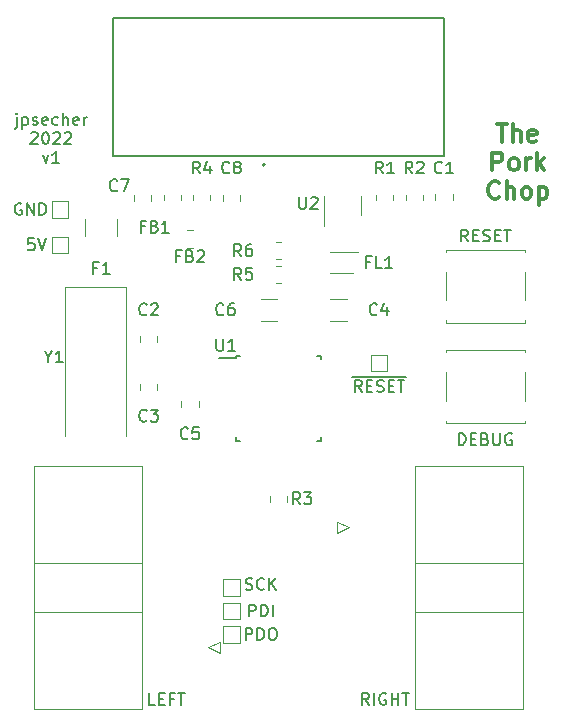
<source format=gbr>
%TF.GenerationSoftware,KiCad,Pcbnew,(6.0.7-1)-1*%
%TF.CreationDate,2022-12-04T14:42:11+01:00*%
%TF.ProjectId,pork-chop-control,706f726b-2d63-4686-9f70-2d636f6e7472,rev?*%
%TF.SameCoordinates,Original*%
%TF.FileFunction,Legend,Top*%
%TF.FilePolarity,Positive*%
%FSLAX46Y46*%
G04 Gerber Fmt 4.6, Leading zero omitted, Abs format (unit mm)*
G04 Created by KiCad (PCBNEW (6.0.7-1)-1) date 2022-12-04 14:42:11*
%MOMM*%
%LPD*%
G01*
G04 APERTURE LIST*
%ADD10C,0.200000*%
%ADD11C,0.300000*%
%ADD12C,0.150000*%
%ADD13C,0.127000*%
%ADD14C,0.120000*%
%ADD15C,0.100000*%
G04 APERTURE END LIST*
D10*
X102845238Y-68175714D02*
X102845238Y-69032857D01*
X102797619Y-69128095D01*
X102702380Y-69175714D01*
X102654761Y-69175714D01*
X102845238Y-67842380D02*
X102797619Y-67890000D01*
X102845238Y-67937619D01*
X102892857Y-67890000D01*
X102845238Y-67842380D01*
X102845238Y-67937619D01*
X103321428Y-68175714D02*
X103321428Y-69175714D01*
X103321428Y-68223333D02*
X103416666Y-68175714D01*
X103607142Y-68175714D01*
X103702380Y-68223333D01*
X103750000Y-68270952D01*
X103797619Y-68366190D01*
X103797619Y-68651904D01*
X103750000Y-68747142D01*
X103702380Y-68794761D01*
X103607142Y-68842380D01*
X103416666Y-68842380D01*
X103321428Y-68794761D01*
X104178571Y-68794761D02*
X104273809Y-68842380D01*
X104464285Y-68842380D01*
X104559523Y-68794761D01*
X104607142Y-68699523D01*
X104607142Y-68651904D01*
X104559523Y-68556666D01*
X104464285Y-68509047D01*
X104321428Y-68509047D01*
X104226190Y-68461428D01*
X104178571Y-68366190D01*
X104178571Y-68318571D01*
X104226190Y-68223333D01*
X104321428Y-68175714D01*
X104464285Y-68175714D01*
X104559523Y-68223333D01*
X105416666Y-68794761D02*
X105321428Y-68842380D01*
X105130952Y-68842380D01*
X105035714Y-68794761D01*
X104988095Y-68699523D01*
X104988095Y-68318571D01*
X105035714Y-68223333D01*
X105130952Y-68175714D01*
X105321428Y-68175714D01*
X105416666Y-68223333D01*
X105464285Y-68318571D01*
X105464285Y-68413809D01*
X104988095Y-68509047D01*
X106321428Y-68794761D02*
X106226190Y-68842380D01*
X106035714Y-68842380D01*
X105940476Y-68794761D01*
X105892857Y-68747142D01*
X105845238Y-68651904D01*
X105845238Y-68366190D01*
X105892857Y-68270952D01*
X105940476Y-68223333D01*
X106035714Y-68175714D01*
X106226190Y-68175714D01*
X106321428Y-68223333D01*
X106750000Y-68842380D02*
X106750000Y-67842380D01*
X107178571Y-68842380D02*
X107178571Y-68318571D01*
X107130952Y-68223333D01*
X107035714Y-68175714D01*
X106892857Y-68175714D01*
X106797619Y-68223333D01*
X106750000Y-68270952D01*
X108035714Y-68794761D02*
X107940476Y-68842380D01*
X107750000Y-68842380D01*
X107654761Y-68794761D01*
X107607142Y-68699523D01*
X107607142Y-68318571D01*
X107654761Y-68223333D01*
X107750000Y-68175714D01*
X107940476Y-68175714D01*
X108035714Y-68223333D01*
X108083333Y-68318571D01*
X108083333Y-68413809D01*
X107607142Y-68509047D01*
X108511904Y-68842380D02*
X108511904Y-68175714D01*
X108511904Y-68366190D02*
X108559523Y-68270952D01*
X108607142Y-68223333D01*
X108702380Y-68175714D01*
X108797619Y-68175714D01*
X104035714Y-69547619D02*
X104083333Y-69500000D01*
X104178571Y-69452380D01*
X104416666Y-69452380D01*
X104511904Y-69500000D01*
X104559523Y-69547619D01*
X104607142Y-69642857D01*
X104607142Y-69738095D01*
X104559523Y-69880952D01*
X103988095Y-70452380D01*
X104607142Y-70452380D01*
X105226190Y-69452380D02*
X105321428Y-69452380D01*
X105416666Y-69500000D01*
X105464285Y-69547619D01*
X105511904Y-69642857D01*
X105559523Y-69833333D01*
X105559523Y-70071428D01*
X105511904Y-70261904D01*
X105464285Y-70357142D01*
X105416666Y-70404761D01*
X105321428Y-70452380D01*
X105226190Y-70452380D01*
X105130952Y-70404761D01*
X105083333Y-70357142D01*
X105035714Y-70261904D01*
X104988095Y-70071428D01*
X104988095Y-69833333D01*
X105035714Y-69642857D01*
X105083333Y-69547619D01*
X105130952Y-69500000D01*
X105226190Y-69452380D01*
X105940476Y-69547619D02*
X105988095Y-69500000D01*
X106083333Y-69452380D01*
X106321428Y-69452380D01*
X106416666Y-69500000D01*
X106464285Y-69547619D01*
X106511904Y-69642857D01*
X106511904Y-69738095D01*
X106464285Y-69880952D01*
X105892857Y-70452380D01*
X106511904Y-70452380D01*
X106892857Y-69547619D02*
X106940476Y-69500000D01*
X107035714Y-69452380D01*
X107273809Y-69452380D01*
X107369047Y-69500000D01*
X107416666Y-69547619D01*
X107464285Y-69642857D01*
X107464285Y-69738095D01*
X107416666Y-69880952D01*
X106845238Y-70452380D01*
X107464285Y-70452380D01*
X105035714Y-71395714D02*
X105273809Y-72062380D01*
X105511904Y-71395714D01*
X106416666Y-72062380D02*
X105845238Y-72062380D01*
X106130952Y-72062380D02*
X106130952Y-71062380D01*
X106035714Y-71205238D01*
X105940476Y-71300476D01*
X105845238Y-71348095D01*
D11*
X143500000Y-68763571D02*
X144357142Y-68763571D01*
X143928571Y-70263571D02*
X143928571Y-68763571D01*
X144857142Y-70263571D02*
X144857142Y-68763571D01*
X145500000Y-70263571D02*
X145500000Y-69477857D01*
X145428571Y-69335000D01*
X145285714Y-69263571D01*
X145071428Y-69263571D01*
X144928571Y-69335000D01*
X144857142Y-69406428D01*
X146785714Y-70192142D02*
X146642857Y-70263571D01*
X146357142Y-70263571D01*
X146214285Y-70192142D01*
X146142857Y-70049285D01*
X146142857Y-69477857D01*
X146214285Y-69335000D01*
X146357142Y-69263571D01*
X146642857Y-69263571D01*
X146785714Y-69335000D01*
X146857142Y-69477857D01*
X146857142Y-69620714D01*
X146142857Y-69763571D01*
X143107142Y-72678571D02*
X143107142Y-71178571D01*
X143678571Y-71178571D01*
X143821428Y-71250000D01*
X143892857Y-71321428D01*
X143964285Y-71464285D01*
X143964285Y-71678571D01*
X143892857Y-71821428D01*
X143821428Y-71892857D01*
X143678571Y-71964285D01*
X143107142Y-71964285D01*
X144821428Y-72678571D02*
X144678571Y-72607142D01*
X144607142Y-72535714D01*
X144535714Y-72392857D01*
X144535714Y-71964285D01*
X144607142Y-71821428D01*
X144678571Y-71750000D01*
X144821428Y-71678571D01*
X145035714Y-71678571D01*
X145178571Y-71750000D01*
X145250000Y-71821428D01*
X145321428Y-71964285D01*
X145321428Y-72392857D01*
X145250000Y-72535714D01*
X145178571Y-72607142D01*
X145035714Y-72678571D01*
X144821428Y-72678571D01*
X145964285Y-72678571D02*
X145964285Y-71678571D01*
X145964285Y-71964285D02*
X146035714Y-71821428D01*
X146107142Y-71750000D01*
X146250000Y-71678571D01*
X146392857Y-71678571D01*
X146892857Y-72678571D02*
X146892857Y-71178571D01*
X147035714Y-72107142D02*
X147464285Y-72678571D01*
X147464285Y-71678571D02*
X146892857Y-72250000D01*
X143678571Y-74950714D02*
X143607142Y-75022142D01*
X143392857Y-75093571D01*
X143250000Y-75093571D01*
X143035714Y-75022142D01*
X142892857Y-74879285D01*
X142821428Y-74736428D01*
X142750000Y-74450714D01*
X142750000Y-74236428D01*
X142821428Y-73950714D01*
X142892857Y-73807857D01*
X143035714Y-73665000D01*
X143250000Y-73593571D01*
X143392857Y-73593571D01*
X143607142Y-73665000D01*
X143678571Y-73736428D01*
X144321428Y-75093571D02*
X144321428Y-73593571D01*
X144964285Y-75093571D02*
X144964285Y-74307857D01*
X144892857Y-74165000D01*
X144750000Y-74093571D01*
X144535714Y-74093571D01*
X144392857Y-74165000D01*
X144321428Y-74236428D01*
X145892857Y-75093571D02*
X145750000Y-75022142D01*
X145678571Y-74950714D01*
X145607142Y-74807857D01*
X145607142Y-74379285D01*
X145678571Y-74236428D01*
X145750000Y-74165000D01*
X145892857Y-74093571D01*
X146107142Y-74093571D01*
X146250000Y-74165000D01*
X146321428Y-74236428D01*
X146392857Y-74379285D01*
X146392857Y-74807857D01*
X146321428Y-74950714D01*
X146250000Y-75022142D01*
X146107142Y-75093571D01*
X145892857Y-75093571D01*
X147035714Y-74093571D02*
X147035714Y-75593571D01*
X147035714Y-74165000D02*
X147178571Y-74093571D01*
X147464285Y-74093571D01*
X147607142Y-74165000D01*
X147678571Y-74236428D01*
X147750000Y-74379285D01*
X147750000Y-74807857D01*
X147678571Y-74950714D01*
X147607142Y-75022142D01*
X147464285Y-75093571D01*
X147178571Y-75093571D01*
X147035714Y-75022142D01*
D12*
%TO.C,C8*%
X120833333Y-72857142D02*
X120785714Y-72904761D01*
X120642857Y-72952380D01*
X120547619Y-72952380D01*
X120404761Y-72904761D01*
X120309523Y-72809523D01*
X120261904Y-72714285D01*
X120214285Y-72523809D01*
X120214285Y-72380952D01*
X120261904Y-72190476D01*
X120309523Y-72095238D01*
X120404761Y-72000000D01*
X120547619Y-71952380D01*
X120642857Y-71952380D01*
X120785714Y-72000000D01*
X120833333Y-72047619D01*
X121404761Y-72380952D02*
X121309523Y-72333333D01*
X121261904Y-72285714D01*
X121214285Y-72190476D01*
X121214285Y-72142857D01*
X121261904Y-72047619D01*
X121309523Y-72000000D01*
X121404761Y-71952380D01*
X121595238Y-71952380D01*
X121690476Y-72000000D01*
X121738095Y-72047619D01*
X121785714Y-72142857D01*
X121785714Y-72190476D01*
X121738095Y-72285714D01*
X121690476Y-72333333D01*
X121595238Y-72380952D01*
X121404761Y-72380952D01*
X121309523Y-72428571D01*
X121261904Y-72476190D01*
X121214285Y-72571428D01*
X121214285Y-72761904D01*
X121261904Y-72857142D01*
X121309523Y-72904761D01*
X121404761Y-72952380D01*
X121595238Y-72952380D01*
X121690476Y-72904761D01*
X121738095Y-72857142D01*
X121785714Y-72761904D01*
X121785714Y-72571428D01*
X121738095Y-72476190D01*
X121690476Y-72428571D01*
X121595238Y-72380952D01*
%TO.C,J2*%
X114547619Y-117952380D02*
X114071428Y-117952380D01*
X114071428Y-116952380D01*
X114880952Y-117428571D02*
X115214285Y-117428571D01*
X115357142Y-117952380D02*
X114880952Y-117952380D01*
X114880952Y-116952380D01*
X115357142Y-116952380D01*
X116119047Y-117428571D02*
X115785714Y-117428571D01*
X115785714Y-117952380D02*
X115785714Y-116952380D01*
X116261904Y-116952380D01*
X116500000Y-116952380D02*
X117071428Y-116952380D01*
X116785714Y-117952380D02*
X116785714Y-116952380D01*
%TO.C,R6*%
X121833333Y-79952380D02*
X121500000Y-79476190D01*
X121261904Y-79952380D02*
X121261904Y-78952380D01*
X121642857Y-78952380D01*
X121738095Y-79000000D01*
X121785714Y-79047619D01*
X121833333Y-79142857D01*
X121833333Y-79285714D01*
X121785714Y-79380952D01*
X121738095Y-79428571D01*
X121642857Y-79476190D01*
X121261904Y-79476190D01*
X122690476Y-78952380D02*
X122500000Y-78952380D01*
X122404761Y-79000000D01*
X122357142Y-79047619D01*
X122261904Y-79190476D01*
X122214285Y-79380952D01*
X122214285Y-79761904D01*
X122261904Y-79857142D01*
X122309523Y-79904761D01*
X122404761Y-79952380D01*
X122595238Y-79952380D01*
X122690476Y-79904761D01*
X122738095Y-79857142D01*
X122785714Y-79761904D01*
X122785714Y-79523809D01*
X122738095Y-79428571D01*
X122690476Y-79380952D01*
X122595238Y-79333333D01*
X122404761Y-79333333D01*
X122309523Y-79380952D01*
X122261904Y-79428571D01*
X122214285Y-79523809D01*
%TO.C,C3*%
X113833333Y-93857142D02*
X113785714Y-93904761D01*
X113642857Y-93952380D01*
X113547619Y-93952380D01*
X113404761Y-93904761D01*
X113309523Y-93809523D01*
X113261904Y-93714285D01*
X113214285Y-93523809D01*
X113214285Y-93380952D01*
X113261904Y-93190476D01*
X113309523Y-93095238D01*
X113404761Y-93000000D01*
X113547619Y-92952380D01*
X113642857Y-92952380D01*
X113785714Y-93000000D01*
X113833333Y-93047619D01*
X114166666Y-92952380D02*
X114785714Y-92952380D01*
X114452380Y-93333333D01*
X114595238Y-93333333D01*
X114690476Y-93380952D01*
X114738095Y-93428571D01*
X114785714Y-93523809D01*
X114785714Y-93761904D01*
X114738095Y-93857142D01*
X114690476Y-93904761D01*
X114595238Y-93952380D01*
X114309523Y-93952380D01*
X114214285Y-93904761D01*
X114166666Y-93857142D01*
%TO.C,C6*%
X120333333Y-84857142D02*
X120285714Y-84904761D01*
X120142857Y-84952380D01*
X120047619Y-84952380D01*
X119904761Y-84904761D01*
X119809523Y-84809523D01*
X119761904Y-84714285D01*
X119714285Y-84523809D01*
X119714285Y-84380952D01*
X119761904Y-84190476D01*
X119809523Y-84095238D01*
X119904761Y-84000000D01*
X120047619Y-83952380D01*
X120142857Y-83952380D01*
X120285714Y-84000000D01*
X120333333Y-84047619D01*
X121190476Y-83952380D02*
X121000000Y-83952380D01*
X120904761Y-84000000D01*
X120857142Y-84047619D01*
X120761904Y-84190476D01*
X120714285Y-84380952D01*
X120714285Y-84761904D01*
X120761904Y-84857142D01*
X120809523Y-84904761D01*
X120904761Y-84952380D01*
X121095238Y-84952380D01*
X121190476Y-84904761D01*
X121238095Y-84857142D01*
X121285714Y-84761904D01*
X121285714Y-84523809D01*
X121238095Y-84428571D01*
X121190476Y-84380952D01*
X121095238Y-84333333D01*
X120904761Y-84333333D01*
X120809523Y-84380952D01*
X120761904Y-84428571D01*
X120714285Y-84523809D01*
%TO.C,F1*%
X109666666Y-80928571D02*
X109333333Y-80928571D01*
X109333333Y-81452380D02*
X109333333Y-80452380D01*
X109809523Y-80452380D01*
X110714285Y-81452380D02*
X110142857Y-81452380D01*
X110428571Y-81452380D02*
X110428571Y-80452380D01*
X110333333Y-80595238D01*
X110238095Y-80690476D01*
X110142857Y-80738095D01*
%TO.C,SW1*%
X141047619Y-78702380D02*
X140714285Y-78226190D01*
X140476190Y-78702380D02*
X140476190Y-77702380D01*
X140857142Y-77702380D01*
X140952380Y-77750000D01*
X141000000Y-77797619D01*
X141047619Y-77892857D01*
X141047619Y-78035714D01*
X141000000Y-78130952D01*
X140952380Y-78178571D01*
X140857142Y-78226190D01*
X140476190Y-78226190D01*
X141476190Y-78178571D02*
X141809523Y-78178571D01*
X141952380Y-78702380D02*
X141476190Y-78702380D01*
X141476190Y-77702380D01*
X141952380Y-77702380D01*
X142333333Y-78654761D02*
X142476190Y-78702380D01*
X142714285Y-78702380D01*
X142809523Y-78654761D01*
X142857142Y-78607142D01*
X142904761Y-78511904D01*
X142904761Y-78416666D01*
X142857142Y-78321428D01*
X142809523Y-78273809D01*
X142714285Y-78226190D01*
X142523809Y-78178571D01*
X142428571Y-78130952D01*
X142380952Y-78083333D01*
X142333333Y-77988095D01*
X142333333Y-77892857D01*
X142380952Y-77797619D01*
X142428571Y-77750000D01*
X142523809Y-77702380D01*
X142761904Y-77702380D01*
X142904761Y-77750000D01*
X143333333Y-78178571D02*
X143666666Y-78178571D01*
X143809523Y-78702380D02*
X143333333Y-78702380D01*
X143333333Y-77702380D01*
X143809523Y-77702380D01*
X144095238Y-77702380D02*
X144666666Y-77702380D01*
X144380952Y-78702380D02*
X144380952Y-77702380D01*
%TO.C,TP5*%
X103238095Y-75500000D02*
X103142857Y-75452380D01*
X103000000Y-75452380D01*
X102857142Y-75500000D01*
X102761904Y-75595238D01*
X102714285Y-75690476D01*
X102666666Y-75880952D01*
X102666666Y-76023809D01*
X102714285Y-76214285D01*
X102761904Y-76309523D01*
X102857142Y-76404761D01*
X103000000Y-76452380D01*
X103095238Y-76452380D01*
X103238095Y-76404761D01*
X103285714Y-76357142D01*
X103285714Y-76023809D01*
X103095238Y-76023809D01*
X103714285Y-76452380D02*
X103714285Y-75452380D01*
X104285714Y-76452380D01*
X104285714Y-75452380D01*
X104761904Y-76452380D02*
X104761904Y-75452380D01*
X105000000Y-75452380D01*
X105142857Y-75500000D01*
X105238095Y-75595238D01*
X105285714Y-75690476D01*
X105333333Y-75880952D01*
X105333333Y-76023809D01*
X105285714Y-76214285D01*
X105238095Y-76309523D01*
X105142857Y-76404761D01*
X105000000Y-76452380D01*
X104761904Y-76452380D01*
%TO.C,C4*%
X133333333Y-84857142D02*
X133285714Y-84904761D01*
X133142857Y-84952380D01*
X133047619Y-84952380D01*
X132904761Y-84904761D01*
X132809523Y-84809523D01*
X132761904Y-84714285D01*
X132714285Y-84523809D01*
X132714285Y-84380952D01*
X132761904Y-84190476D01*
X132809523Y-84095238D01*
X132904761Y-84000000D01*
X133047619Y-83952380D01*
X133142857Y-83952380D01*
X133285714Y-84000000D01*
X133333333Y-84047619D01*
X134190476Y-84285714D02*
X134190476Y-84952380D01*
X133952380Y-83904761D02*
X133714285Y-84619047D01*
X134333333Y-84619047D01*
%TO.C,J3*%
X132666666Y-117952380D02*
X132333333Y-117476190D01*
X132095238Y-117952380D02*
X132095238Y-116952380D01*
X132476190Y-116952380D01*
X132571428Y-117000000D01*
X132619047Y-117047619D01*
X132666666Y-117142857D01*
X132666666Y-117285714D01*
X132619047Y-117380952D01*
X132571428Y-117428571D01*
X132476190Y-117476190D01*
X132095238Y-117476190D01*
X133095238Y-117952380D02*
X133095238Y-116952380D01*
X134095238Y-117000000D02*
X134000000Y-116952380D01*
X133857142Y-116952380D01*
X133714285Y-117000000D01*
X133619047Y-117095238D01*
X133571428Y-117190476D01*
X133523809Y-117380952D01*
X133523809Y-117523809D01*
X133571428Y-117714285D01*
X133619047Y-117809523D01*
X133714285Y-117904761D01*
X133857142Y-117952380D01*
X133952380Y-117952380D01*
X134095238Y-117904761D01*
X134142857Y-117857142D01*
X134142857Y-117523809D01*
X133952380Y-117523809D01*
X134571428Y-117952380D02*
X134571428Y-116952380D01*
X134571428Y-117428571D02*
X135142857Y-117428571D01*
X135142857Y-117952380D02*
X135142857Y-116952380D01*
X135476190Y-116952380D02*
X136047619Y-116952380D01*
X135761904Y-117952380D02*
X135761904Y-116952380D01*
%TO.C,TP3*%
X122500000Y-110452380D02*
X122500000Y-109452380D01*
X122880952Y-109452380D01*
X122976190Y-109500000D01*
X123023809Y-109547619D01*
X123071428Y-109642857D01*
X123071428Y-109785714D01*
X123023809Y-109880952D01*
X122976190Y-109928571D01*
X122880952Y-109976190D01*
X122500000Y-109976190D01*
X123500000Y-110452380D02*
X123500000Y-109452380D01*
X123738095Y-109452380D01*
X123880952Y-109500000D01*
X123976190Y-109595238D01*
X124023809Y-109690476D01*
X124071428Y-109880952D01*
X124071428Y-110023809D01*
X124023809Y-110214285D01*
X123976190Y-110309523D01*
X123880952Y-110404761D01*
X123738095Y-110452380D01*
X123500000Y-110452380D01*
X124500000Y-110452380D02*
X124500000Y-109452380D01*
%TO.C,C2*%
X113833333Y-84857142D02*
X113785714Y-84904761D01*
X113642857Y-84952380D01*
X113547619Y-84952380D01*
X113404761Y-84904761D01*
X113309523Y-84809523D01*
X113261904Y-84714285D01*
X113214285Y-84523809D01*
X113214285Y-84380952D01*
X113261904Y-84190476D01*
X113309523Y-84095238D01*
X113404761Y-84000000D01*
X113547619Y-83952380D01*
X113642857Y-83952380D01*
X113785714Y-84000000D01*
X113833333Y-84047619D01*
X114214285Y-84047619D02*
X114261904Y-84000000D01*
X114357142Y-83952380D01*
X114595238Y-83952380D01*
X114690476Y-84000000D01*
X114738095Y-84047619D01*
X114785714Y-84142857D01*
X114785714Y-84238095D01*
X114738095Y-84380952D01*
X114166666Y-84952380D01*
X114785714Y-84952380D01*
%TO.C,SW2*%
X140261904Y-95952380D02*
X140261904Y-94952380D01*
X140500000Y-94952380D01*
X140642857Y-95000000D01*
X140738095Y-95095238D01*
X140785714Y-95190476D01*
X140833333Y-95380952D01*
X140833333Y-95523809D01*
X140785714Y-95714285D01*
X140738095Y-95809523D01*
X140642857Y-95904761D01*
X140500000Y-95952380D01*
X140261904Y-95952380D01*
X141261904Y-95428571D02*
X141595238Y-95428571D01*
X141738095Y-95952380D02*
X141261904Y-95952380D01*
X141261904Y-94952380D01*
X141738095Y-94952380D01*
X142500000Y-95428571D02*
X142642857Y-95476190D01*
X142690476Y-95523809D01*
X142738095Y-95619047D01*
X142738095Y-95761904D01*
X142690476Y-95857142D01*
X142642857Y-95904761D01*
X142547619Y-95952380D01*
X142166666Y-95952380D01*
X142166666Y-94952380D01*
X142500000Y-94952380D01*
X142595238Y-95000000D01*
X142642857Y-95047619D01*
X142690476Y-95142857D01*
X142690476Y-95238095D01*
X142642857Y-95333333D01*
X142595238Y-95380952D01*
X142500000Y-95428571D01*
X142166666Y-95428571D01*
X143166666Y-94952380D02*
X143166666Y-95761904D01*
X143214285Y-95857142D01*
X143261904Y-95904761D01*
X143357142Y-95952380D01*
X143547619Y-95952380D01*
X143642857Y-95904761D01*
X143690476Y-95857142D01*
X143738095Y-95761904D01*
X143738095Y-94952380D01*
X144738095Y-95000000D02*
X144642857Y-94952380D01*
X144500000Y-94952380D01*
X144357142Y-95000000D01*
X144261904Y-95095238D01*
X144214285Y-95190476D01*
X144166666Y-95380952D01*
X144166666Y-95523809D01*
X144214285Y-95714285D01*
X144261904Y-95809523D01*
X144357142Y-95904761D01*
X144500000Y-95952380D01*
X144595238Y-95952380D01*
X144738095Y-95904761D01*
X144785714Y-95857142D01*
X144785714Y-95523809D01*
X144595238Y-95523809D01*
%TO.C,TP4*%
X122214285Y-112452380D02*
X122214285Y-111452380D01*
X122595238Y-111452380D01*
X122690476Y-111500000D01*
X122738095Y-111547619D01*
X122785714Y-111642857D01*
X122785714Y-111785714D01*
X122738095Y-111880952D01*
X122690476Y-111928571D01*
X122595238Y-111976190D01*
X122214285Y-111976190D01*
X123214285Y-112452380D02*
X123214285Y-111452380D01*
X123452380Y-111452380D01*
X123595238Y-111500000D01*
X123690476Y-111595238D01*
X123738095Y-111690476D01*
X123785714Y-111880952D01*
X123785714Y-112023809D01*
X123738095Y-112214285D01*
X123690476Y-112309523D01*
X123595238Y-112404761D01*
X123452380Y-112452380D01*
X123214285Y-112452380D01*
X124404761Y-111452380D02*
X124595238Y-111452380D01*
X124690476Y-111500000D01*
X124785714Y-111595238D01*
X124833333Y-111785714D01*
X124833333Y-112119047D01*
X124785714Y-112309523D01*
X124690476Y-112404761D01*
X124595238Y-112452380D01*
X124404761Y-112452380D01*
X124309523Y-112404761D01*
X124214285Y-112309523D01*
X124166666Y-112119047D01*
X124166666Y-111785714D01*
X124214285Y-111595238D01*
X124309523Y-111500000D01*
X124404761Y-111452380D01*
%TO.C,R5*%
X121833333Y-81952380D02*
X121500000Y-81476190D01*
X121261904Y-81952380D02*
X121261904Y-80952380D01*
X121642857Y-80952380D01*
X121738095Y-81000000D01*
X121785714Y-81047619D01*
X121833333Y-81142857D01*
X121833333Y-81285714D01*
X121785714Y-81380952D01*
X121738095Y-81428571D01*
X121642857Y-81476190D01*
X121261904Y-81476190D01*
X122738095Y-80952380D02*
X122261904Y-80952380D01*
X122214285Y-81428571D01*
X122261904Y-81380952D01*
X122357142Y-81333333D01*
X122595238Y-81333333D01*
X122690476Y-81380952D01*
X122738095Y-81428571D01*
X122785714Y-81523809D01*
X122785714Y-81761904D01*
X122738095Y-81857142D01*
X122690476Y-81904761D01*
X122595238Y-81952380D01*
X122357142Y-81952380D01*
X122261904Y-81904761D01*
X122214285Y-81857142D01*
%TO.C,Y1*%
X105523809Y-88476190D02*
X105523809Y-88952380D01*
X105190476Y-87952380D02*
X105523809Y-88476190D01*
X105857142Y-87952380D01*
X106714285Y-88952380D02*
X106142857Y-88952380D01*
X106428571Y-88952380D02*
X106428571Y-87952380D01*
X106333333Y-88095238D01*
X106238095Y-88190476D01*
X106142857Y-88238095D01*
%TO.C,FB2*%
X116666666Y-79928571D02*
X116333333Y-79928571D01*
X116333333Y-80452380D02*
X116333333Y-79452380D01*
X116809523Y-79452380D01*
X117523809Y-79928571D02*
X117666666Y-79976190D01*
X117714285Y-80023809D01*
X117761904Y-80119047D01*
X117761904Y-80261904D01*
X117714285Y-80357142D01*
X117666666Y-80404761D01*
X117571428Y-80452380D01*
X117190476Y-80452380D01*
X117190476Y-79452380D01*
X117523809Y-79452380D01*
X117619047Y-79500000D01*
X117666666Y-79547619D01*
X117714285Y-79642857D01*
X117714285Y-79738095D01*
X117666666Y-79833333D01*
X117619047Y-79880952D01*
X117523809Y-79928571D01*
X117190476Y-79928571D01*
X118142857Y-79547619D02*
X118190476Y-79500000D01*
X118285714Y-79452380D01*
X118523809Y-79452380D01*
X118619047Y-79500000D01*
X118666666Y-79547619D01*
X118714285Y-79642857D01*
X118714285Y-79738095D01*
X118666666Y-79880952D01*
X118095238Y-80452380D01*
X118714285Y-80452380D01*
%TO.C,TP2*%
X122214285Y-108154761D02*
X122357142Y-108202380D01*
X122595238Y-108202380D01*
X122690476Y-108154761D01*
X122738095Y-108107142D01*
X122785714Y-108011904D01*
X122785714Y-107916666D01*
X122738095Y-107821428D01*
X122690476Y-107773809D01*
X122595238Y-107726190D01*
X122404761Y-107678571D01*
X122309523Y-107630952D01*
X122261904Y-107583333D01*
X122214285Y-107488095D01*
X122214285Y-107392857D01*
X122261904Y-107297619D01*
X122309523Y-107250000D01*
X122404761Y-107202380D01*
X122642857Y-107202380D01*
X122785714Y-107250000D01*
X123785714Y-108107142D02*
X123738095Y-108154761D01*
X123595238Y-108202380D01*
X123500000Y-108202380D01*
X123357142Y-108154761D01*
X123261904Y-108059523D01*
X123214285Y-107964285D01*
X123166666Y-107773809D01*
X123166666Y-107630952D01*
X123214285Y-107440476D01*
X123261904Y-107345238D01*
X123357142Y-107250000D01*
X123500000Y-107202380D01*
X123595238Y-107202380D01*
X123738095Y-107250000D01*
X123785714Y-107297619D01*
X124214285Y-108202380D02*
X124214285Y-107202380D01*
X124785714Y-108202380D02*
X124357142Y-107630952D01*
X124785714Y-107202380D02*
X124214285Y-107773809D01*
%TO.C,C7*%
X111333333Y-74357142D02*
X111285714Y-74404761D01*
X111142857Y-74452380D01*
X111047619Y-74452380D01*
X110904761Y-74404761D01*
X110809523Y-74309523D01*
X110761904Y-74214285D01*
X110714285Y-74023809D01*
X110714285Y-73880952D01*
X110761904Y-73690476D01*
X110809523Y-73595238D01*
X110904761Y-73500000D01*
X111047619Y-73452380D01*
X111142857Y-73452380D01*
X111285714Y-73500000D01*
X111333333Y-73547619D01*
X111666666Y-73452380D02*
X112333333Y-73452380D01*
X111904761Y-74452380D01*
%TO.C,R4*%
X118333333Y-72952380D02*
X118000000Y-72476190D01*
X117761904Y-72952380D02*
X117761904Y-71952380D01*
X118142857Y-71952380D01*
X118238095Y-72000000D01*
X118285714Y-72047619D01*
X118333333Y-72142857D01*
X118333333Y-72285714D01*
X118285714Y-72380952D01*
X118238095Y-72428571D01*
X118142857Y-72476190D01*
X117761904Y-72476190D01*
X119190476Y-72285714D02*
X119190476Y-72952380D01*
X118952380Y-71904761D02*
X118714285Y-72619047D01*
X119333333Y-72619047D01*
%TO.C,TP1*%
X131238095Y-90170000D02*
X132238095Y-90170000D01*
X132047619Y-91452380D02*
X131714285Y-90976190D01*
X131476190Y-91452380D02*
X131476190Y-90452380D01*
X131857142Y-90452380D01*
X131952380Y-90500000D01*
X132000000Y-90547619D01*
X132047619Y-90642857D01*
X132047619Y-90785714D01*
X132000000Y-90880952D01*
X131952380Y-90928571D01*
X131857142Y-90976190D01*
X131476190Y-90976190D01*
X132238095Y-90170000D02*
X133142857Y-90170000D01*
X132476190Y-90928571D02*
X132809523Y-90928571D01*
X132952380Y-91452380D02*
X132476190Y-91452380D01*
X132476190Y-90452380D01*
X132952380Y-90452380D01*
X133142857Y-90170000D02*
X134095238Y-90170000D01*
X133333333Y-91404761D02*
X133476190Y-91452380D01*
X133714285Y-91452380D01*
X133809523Y-91404761D01*
X133857142Y-91357142D01*
X133904761Y-91261904D01*
X133904761Y-91166666D01*
X133857142Y-91071428D01*
X133809523Y-91023809D01*
X133714285Y-90976190D01*
X133523809Y-90928571D01*
X133428571Y-90880952D01*
X133380952Y-90833333D01*
X133333333Y-90738095D01*
X133333333Y-90642857D01*
X133380952Y-90547619D01*
X133428571Y-90500000D01*
X133523809Y-90452380D01*
X133761904Y-90452380D01*
X133904761Y-90500000D01*
X134095238Y-90170000D02*
X135000000Y-90170000D01*
X134333333Y-90928571D02*
X134666666Y-90928571D01*
X134809523Y-91452380D02*
X134333333Y-91452380D01*
X134333333Y-90452380D01*
X134809523Y-90452380D01*
X135000000Y-90170000D02*
X135761904Y-90170000D01*
X135095238Y-90452380D02*
X135666666Y-90452380D01*
X135380952Y-91452380D02*
X135380952Y-90452380D01*
%TO.C,C5*%
X117333333Y-95357142D02*
X117285714Y-95404761D01*
X117142857Y-95452380D01*
X117047619Y-95452380D01*
X116904761Y-95404761D01*
X116809523Y-95309523D01*
X116761904Y-95214285D01*
X116714285Y-95023809D01*
X116714285Y-94880952D01*
X116761904Y-94690476D01*
X116809523Y-94595238D01*
X116904761Y-94500000D01*
X117047619Y-94452380D01*
X117142857Y-94452380D01*
X117285714Y-94500000D01*
X117333333Y-94547619D01*
X118238095Y-94452380D02*
X117761904Y-94452380D01*
X117714285Y-94928571D01*
X117761904Y-94880952D01*
X117857142Y-94833333D01*
X118095238Y-94833333D01*
X118190476Y-94880952D01*
X118238095Y-94928571D01*
X118285714Y-95023809D01*
X118285714Y-95261904D01*
X118238095Y-95357142D01*
X118190476Y-95404761D01*
X118095238Y-95452380D01*
X117857142Y-95452380D01*
X117761904Y-95404761D01*
X117714285Y-95357142D01*
%TO.C,FL1*%
X132761904Y-80428571D02*
X132428571Y-80428571D01*
X132428571Y-80952380D02*
X132428571Y-79952380D01*
X132904761Y-79952380D01*
X133761904Y-80952380D02*
X133285714Y-80952380D01*
X133285714Y-79952380D01*
X134619047Y-80952380D02*
X134047619Y-80952380D01*
X134333333Y-80952380D02*
X134333333Y-79952380D01*
X134238095Y-80095238D01*
X134142857Y-80190476D01*
X134047619Y-80238095D01*
%TO.C,R1*%
X133833333Y-72952380D02*
X133500000Y-72476190D01*
X133261904Y-72952380D02*
X133261904Y-71952380D01*
X133642857Y-71952380D01*
X133738095Y-72000000D01*
X133785714Y-72047619D01*
X133833333Y-72142857D01*
X133833333Y-72285714D01*
X133785714Y-72380952D01*
X133738095Y-72428571D01*
X133642857Y-72476190D01*
X133261904Y-72476190D01*
X134785714Y-72952380D02*
X134214285Y-72952380D01*
X134500000Y-72952380D02*
X134500000Y-71952380D01*
X134404761Y-72095238D01*
X134309523Y-72190476D01*
X134214285Y-72238095D01*
%TO.C,U1*%
X119738095Y-86952380D02*
X119738095Y-87761904D01*
X119785714Y-87857142D01*
X119833333Y-87904761D01*
X119928571Y-87952380D01*
X120119047Y-87952380D01*
X120214285Y-87904761D01*
X120261904Y-87857142D01*
X120309523Y-87761904D01*
X120309523Y-86952380D01*
X121309523Y-87952380D02*
X120738095Y-87952380D01*
X121023809Y-87952380D02*
X121023809Y-86952380D01*
X120928571Y-87095238D01*
X120833333Y-87190476D01*
X120738095Y-87238095D01*
%TO.C,U2*%
X126738095Y-74952380D02*
X126738095Y-75761904D01*
X126785714Y-75857142D01*
X126833333Y-75904761D01*
X126928571Y-75952380D01*
X127119047Y-75952380D01*
X127214285Y-75904761D01*
X127261904Y-75857142D01*
X127309523Y-75761904D01*
X127309523Y-74952380D01*
X127738095Y-75047619D02*
X127785714Y-75000000D01*
X127880952Y-74952380D01*
X128119047Y-74952380D01*
X128214285Y-75000000D01*
X128261904Y-75047619D01*
X128309523Y-75142857D01*
X128309523Y-75238095D01*
X128261904Y-75380952D01*
X127690476Y-75952380D01*
X128309523Y-75952380D01*
%TO.C,C1*%
X138833333Y-72857142D02*
X138785714Y-72904761D01*
X138642857Y-72952380D01*
X138547619Y-72952380D01*
X138404761Y-72904761D01*
X138309523Y-72809523D01*
X138261904Y-72714285D01*
X138214285Y-72523809D01*
X138214285Y-72380952D01*
X138261904Y-72190476D01*
X138309523Y-72095238D01*
X138404761Y-72000000D01*
X138547619Y-71952380D01*
X138642857Y-71952380D01*
X138785714Y-72000000D01*
X138833333Y-72047619D01*
X139785714Y-72952380D02*
X139214285Y-72952380D01*
X139500000Y-72952380D02*
X139500000Y-71952380D01*
X139404761Y-72095238D01*
X139309523Y-72190476D01*
X139214285Y-72238095D01*
%TO.C,R3*%
X126833333Y-100952380D02*
X126500000Y-100476190D01*
X126261904Y-100952380D02*
X126261904Y-99952380D01*
X126642857Y-99952380D01*
X126738095Y-100000000D01*
X126785714Y-100047619D01*
X126833333Y-100142857D01*
X126833333Y-100285714D01*
X126785714Y-100380952D01*
X126738095Y-100428571D01*
X126642857Y-100476190D01*
X126261904Y-100476190D01*
X127166666Y-99952380D02*
X127785714Y-99952380D01*
X127452380Y-100333333D01*
X127595238Y-100333333D01*
X127690476Y-100380952D01*
X127738095Y-100428571D01*
X127785714Y-100523809D01*
X127785714Y-100761904D01*
X127738095Y-100857142D01*
X127690476Y-100904761D01*
X127595238Y-100952380D01*
X127309523Y-100952380D01*
X127214285Y-100904761D01*
X127166666Y-100857142D01*
%TO.C,R2*%
X136333333Y-72952380D02*
X136000000Y-72476190D01*
X135761904Y-72952380D02*
X135761904Y-71952380D01*
X136142857Y-71952380D01*
X136238095Y-72000000D01*
X136285714Y-72047619D01*
X136333333Y-72142857D01*
X136333333Y-72285714D01*
X136285714Y-72380952D01*
X136238095Y-72428571D01*
X136142857Y-72476190D01*
X135761904Y-72476190D01*
X136714285Y-72047619D02*
X136761904Y-72000000D01*
X136857142Y-71952380D01*
X137095238Y-71952380D01*
X137190476Y-72000000D01*
X137238095Y-72047619D01*
X137285714Y-72142857D01*
X137285714Y-72238095D01*
X137238095Y-72380952D01*
X136666666Y-72952380D01*
X137285714Y-72952380D01*
%TO.C,FB1*%
X113666666Y-77428571D02*
X113333333Y-77428571D01*
X113333333Y-77952380D02*
X113333333Y-76952380D01*
X113809523Y-76952380D01*
X114523809Y-77428571D02*
X114666666Y-77476190D01*
X114714285Y-77523809D01*
X114761904Y-77619047D01*
X114761904Y-77761904D01*
X114714285Y-77857142D01*
X114666666Y-77904761D01*
X114571428Y-77952380D01*
X114190476Y-77952380D01*
X114190476Y-76952380D01*
X114523809Y-76952380D01*
X114619047Y-77000000D01*
X114666666Y-77047619D01*
X114714285Y-77142857D01*
X114714285Y-77238095D01*
X114666666Y-77333333D01*
X114619047Y-77380952D01*
X114523809Y-77428571D01*
X114190476Y-77428571D01*
X115714285Y-77952380D02*
X115142857Y-77952380D01*
X115428571Y-77952380D02*
X115428571Y-76952380D01*
X115333333Y-77095238D01*
X115238095Y-77190476D01*
X115142857Y-77238095D01*
%TO.C,TP6*%
X104309523Y-78452380D02*
X103833333Y-78452380D01*
X103785714Y-78928571D01*
X103833333Y-78880952D01*
X103928571Y-78833333D01*
X104166666Y-78833333D01*
X104261904Y-78880952D01*
X104309523Y-78928571D01*
X104357142Y-79023809D01*
X104357142Y-79261904D01*
X104309523Y-79357142D01*
X104261904Y-79404761D01*
X104166666Y-79452380D01*
X103928571Y-79452380D01*
X103833333Y-79404761D01*
X103785714Y-79357142D01*
X104642857Y-78452380D02*
X104976190Y-79452380D01*
X105309523Y-78452380D01*
D10*
%TO.C,J1*%
X123850000Y-72200000D02*
G75*
G03*
X123850000Y-72200000I-100000J0D01*
G01*
D13*
X139000000Y-59750000D02*
X139000000Y-71500000D01*
X111000000Y-71500000D02*
X111000000Y-59750000D01*
X139000000Y-71500000D02*
X111000000Y-71500000D01*
X111000000Y-59750000D02*
X139000000Y-59750000D01*
D14*
%TO.C,C8*%
X120265000Y-74776248D02*
X120265000Y-75298752D01*
X121735000Y-74776248D02*
X121735000Y-75298752D01*
%TO.C,J2*%
X120047500Y-112580000D02*
X119047500Y-113080000D01*
X113427500Y-105950000D02*
X104307500Y-105950000D01*
X104307500Y-97710000D02*
X113427500Y-97710000D01*
X113427500Y-118290000D02*
X104307500Y-118290000D01*
X113427500Y-97710000D02*
X113427500Y-118290000D01*
X113427500Y-110050000D02*
X104307500Y-110050000D01*
X120047500Y-113580000D02*
X120047500Y-112580000D01*
X119047500Y-113080000D02*
X120047500Y-113580000D01*
X104307500Y-118290000D02*
X104307500Y-97710000D01*
%TO.C,R6*%
X125227064Y-78765000D02*
X124772936Y-78765000D01*
X125227064Y-80235000D02*
X124772936Y-80235000D01*
%TO.C,C3*%
X114735000Y-90738748D02*
X114735000Y-91261252D01*
X113265000Y-90738748D02*
X113265000Y-91261252D01*
%TO.C,C6*%
X123476248Y-83590000D02*
X124898752Y-83590000D01*
X123476248Y-85410000D02*
X124898752Y-85410000D01*
%TO.C,F1*%
X111355000Y-76776263D02*
X111355000Y-78223737D01*
X108645000Y-76776263D02*
X108645000Y-78223737D01*
%TO.C,SW1*%
X139150000Y-79400000D02*
X139150000Y-79600000D01*
X139150000Y-85600000D02*
X139150000Y-85400000D01*
X145850000Y-85600000D02*
X145850000Y-85400000D01*
X139150000Y-85600000D02*
X145850000Y-85600000D01*
X145850000Y-79400000D02*
X145850000Y-79600000D01*
X145850000Y-79400000D02*
X139150000Y-79400000D01*
X145850000Y-83700000D02*
X145850000Y-81300000D01*
X139150000Y-83700000D02*
X139150000Y-81300000D01*
%TO.C,TP5*%
X107200000Y-75300000D02*
X107200000Y-76700000D01*
X105800000Y-75300000D02*
X107200000Y-75300000D01*
X107200000Y-76700000D02*
X105800000Y-76700000D01*
X105800000Y-76700000D02*
X105800000Y-75300000D01*
%TO.C,C4*%
X130773752Y-83590000D02*
X129351248Y-83590000D01*
X130773752Y-85410000D02*
X129351248Y-85410000D01*
%TO.C,J3*%
X136572500Y-110050000D02*
X145692500Y-110050000D01*
X129952500Y-103420000D02*
X130952500Y-102920000D01*
X136572500Y-105950000D02*
X145692500Y-105950000D01*
X145692500Y-118290000D02*
X136572500Y-118290000D01*
X129952500Y-102420000D02*
X129952500Y-103420000D01*
X130952500Y-102920000D02*
X129952500Y-102420000D01*
X136572500Y-97710000D02*
X145692500Y-97710000D01*
X145692500Y-97710000D02*
X145692500Y-118290000D01*
X136572500Y-118290000D02*
X136572500Y-97710000D01*
%TO.C,TP3*%
X120300000Y-109300000D02*
X121700000Y-109300000D01*
X121700000Y-109300000D02*
X121700000Y-110700000D01*
X121700000Y-110700000D02*
X120300000Y-110700000D01*
X120300000Y-110700000D02*
X120300000Y-109300000D01*
%TO.C,C2*%
X113265000Y-87261252D02*
X113265000Y-86738748D01*
X114735000Y-87261252D02*
X114735000Y-86738748D01*
%TO.C,SW2*%
X145850000Y-94100000D02*
X145850000Y-93900000D01*
X145850000Y-87900000D02*
X139150000Y-87900000D01*
X145850000Y-89800000D02*
X145850000Y-92200000D01*
X145850000Y-87900000D02*
X145850000Y-88100000D01*
X139150000Y-94100000D02*
X145850000Y-94100000D01*
X139150000Y-89800000D02*
X139150000Y-92200000D01*
X139150000Y-94100000D02*
X139150000Y-93900000D01*
X139150000Y-87900000D02*
X139150000Y-88100000D01*
%TO.C,TP4*%
X120300000Y-112700000D02*
X120300000Y-111300000D01*
X121700000Y-111300000D02*
X121700000Y-112700000D01*
X120300000Y-111300000D02*
X121700000Y-111300000D01*
X121700000Y-112700000D02*
X120300000Y-112700000D01*
%TO.C,R5*%
X125227064Y-80765000D02*
X124772936Y-80765000D01*
X125227064Y-82235000D02*
X124772936Y-82235000D01*
%TO.C,Y1*%
X106950000Y-82550000D02*
X106950000Y-95150000D01*
X112050000Y-95150000D02*
X112050000Y-82550000D01*
X112050000Y-82550000D02*
X106950000Y-82550000D01*
%TO.C,FB2*%
X117272936Y-79235000D02*
X117727064Y-79235000D01*
X117272936Y-77765000D02*
X117727064Y-77765000D01*
%TO.C,TP2*%
X120300000Y-108700000D02*
X120300000Y-107300000D01*
X121700000Y-108700000D02*
X120300000Y-108700000D01*
X121700000Y-107300000D02*
X121700000Y-108700000D01*
X120300000Y-107300000D02*
X121700000Y-107300000D01*
%TO.C,C7*%
X112765000Y-75298752D02*
X112765000Y-74776248D01*
X114235000Y-75298752D02*
X114235000Y-74776248D01*
%TO.C,R4*%
X119235000Y-75227064D02*
X119235000Y-74772936D01*
X117765000Y-75227064D02*
X117765000Y-74772936D01*
%TO.C,TP1*%
X134200000Y-88300000D02*
X134200000Y-89700000D01*
X132800000Y-88300000D02*
X134200000Y-88300000D01*
X132800000Y-89700000D02*
X132800000Y-88300000D01*
X134200000Y-89700000D02*
X132800000Y-89700000D01*
%TO.C,C5*%
X118235000Y-92761252D02*
X118235000Y-92238748D01*
X116765000Y-92761252D02*
X116765000Y-92238748D01*
D15*
%TO.C,FL1*%
X131350000Y-81390000D02*
X129320000Y-81390000D01*
X131705000Y-79610000D02*
X129320000Y-79610000D01*
D14*
%TO.C,R1*%
X134735000Y-75227064D02*
X134735000Y-74772936D01*
X133265000Y-75227064D02*
X133265000Y-74772936D01*
D12*
%TO.C,U1*%
X121375000Y-95625000D02*
X121700000Y-95625000D01*
X121375000Y-88600000D02*
X119950000Y-88600000D01*
X121375000Y-88375000D02*
X121375000Y-88600000D01*
X128625000Y-95625000D02*
X128300000Y-95625000D01*
X121375000Y-95625000D02*
X121375000Y-95300000D01*
X128625000Y-88375000D02*
X128625000Y-88700000D01*
X128625000Y-95625000D02*
X128625000Y-95300000D01*
X121375000Y-88375000D02*
X121700000Y-88375000D01*
X128625000Y-88375000D02*
X128300000Y-88375000D01*
D14*
%TO.C,U2*%
X132010000Y-75637500D02*
X132010000Y-74837500D01*
X128890000Y-75637500D02*
X128890000Y-74837500D01*
X132010000Y-75637500D02*
X132010000Y-76437500D01*
X128890000Y-75637500D02*
X128890000Y-77437500D01*
%TO.C,C1*%
X139735000Y-74701248D02*
X139735000Y-75223752D01*
X138265000Y-74701248D02*
X138265000Y-75223752D01*
%TO.C,R3*%
X125735000Y-100272936D02*
X125735000Y-100727064D01*
X124265000Y-100272936D02*
X124265000Y-100727064D01*
%TO.C,R2*%
X135765000Y-74772936D02*
X135765000Y-75227064D01*
X137235000Y-74772936D02*
X137235000Y-75227064D01*
%TO.C,FB1*%
X116735000Y-74772936D02*
X116735000Y-75227064D01*
X115265000Y-74772936D02*
X115265000Y-75227064D01*
%TO.C,TP6*%
X107200000Y-78300000D02*
X107200000Y-79700000D01*
X107200000Y-79700000D02*
X105800000Y-79700000D01*
X105800000Y-78300000D02*
X107200000Y-78300000D01*
X105800000Y-79700000D02*
X105800000Y-78300000D01*
%TD*%
M02*

</source>
